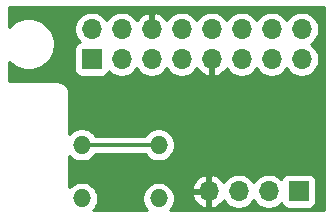
<source format=gbl>
G04 #@! TF.GenerationSoftware,KiCad,Pcbnew,(5.1.9)-1*
G04 #@! TF.CreationDate,2021-01-19T23:29:13-08:00*
G04 #@! TF.ProjectId,RPI_FS_HAT_REV1,5250495f-4653-45f4-9841-545f52455631,1*
G04 #@! TF.SameCoordinates,Original*
G04 #@! TF.FileFunction,Copper,L2,Bot*
G04 #@! TF.FilePolarity,Positive*
%FSLAX46Y46*%
G04 Gerber Fmt 4.6, Leading zero omitted, Abs format (unit mm)*
G04 Created by KiCad (PCBNEW (5.1.9)-1) date 2021-01-19 23:29:13*
%MOMM*%
%LPD*%
G01*
G04 APERTURE LIST*
G04 #@! TA.AperFunction,ComponentPad*
%ADD10O,1.700000X1.700000*%
G04 #@! TD*
G04 #@! TA.AperFunction,ComponentPad*
%ADD11R,1.700000X1.700000*%
G04 #@! TD*
G04 #@! TA.AperFunction,ComponentPad*
%ADD12O,1.524000X1.524000*%
G04 #@! TD*
G04 #@! TA.AperFunction,ViaPad*
%ADD13C,1.000000*%
G04 #@! TD*
G04 #@! TA.AperFunction,Conductor*
%ADD14C,0.300000*%
G04 #@! TD*
G04 #@! TA.AperFunction,Conductor*
%ADD15C,0.254000*%
G04 #@! TD*
G04 #@! TA.AperFunction,Conductor*
%ADD16C,0.100000*%
G04 #@! TD*
G04 APERTURE END LIST*
D10*
G04 #@! TO.P,J1,16*
G04 #@! TO.N,Net-(J1-Pad16)*
X161290000Y-111760000D03*
G04 #@! TO.P,J1,15*
G04 #@! TO.N,Net-(J1-Pad15)*
X161290000Y-114300000D03*
G04 #@! TO.P,J1,14*
G04 #@! TO.N,Net-(J1-Pad14)*
X158750000Y-111760000D03*
G04 #@! TO.P,J1,13*
G04 #@! TO.N,Net-(J1-Pad13)*
X158750000Y-114300000D03*
G04 #@! TO.P,J1,12*
G04 #@! TO.N,Net-(J1-Pad12)*
X156210000Y-111760000D03*
G04 #@! TO.P,J1,11*
G04 #@! TO.N,Net-(J1-Pad11)*
X156210000Y-114300000D03*
G04 #@! TO.P,J1,10*
G04 #@! TO.N,Net-(J1-Pad10)*
X153670000Y-111760000D03*
G04 #@! TO.P,J1,9*
G04 #@! TO.N,GND*
X153670000Y-114300000D03*
G04 #@! TO.P,J1,8*
G04 #@! TO.N,/button_input*
X151130000Y-111760000D03*
G04 #@! TO.P,J1,7*
G04 #@! TO.N,Net-(J1-Pad7)*
X151130000Y-114300000D03*
G04 #@! TO.P,J1,6*
G04 #@! TO.N,GND*
X148590000Y-111760000D03*
G04 #@! TO.P,J1,5*
G04 #@! TO.N,Net-(J1-Pad5)*
X148590000Y-114300000D03*
G04 #@! TO.P,J1,4*
G04 #@! TO.N,Net-(J1-Pad4)*
X146050000Y-111760000D03*
G04 #@! TO.P,J1,3*
G04 #@! TO.N,Net-(J1-Pad3)*
X146050000Y-114300000D03*
G04 #@! TO.P,J1,2*
G04 #@! TO.N,Net-(J1-Pad2)*
X143510000Y-111760000D03*
D11*
G04 #@! TO.P,J1,1*
G04 #@! TO.N,/3.3V*
X143510000Y-114300000D03*
G04 #@! TD*
D12*
G04 #@! TO.P,SW1,1*
G04 #@! TO.N,/3.3V*
X149174200Y-126085600D03*
X142671800Y-126085600D03*
G04 #@! TO.P,SW1,2*
G04 #@! TO.N,/button_input*
X149174200Y-121564400D03*
X142671800Y-121564400D03*
G04 #@! TD*
D11*
G04 #@! TO.P,U1,1*
G04 #@! TO.N,/3.3V*
X161036000Y-125476000D03*
D10*
G04 #@! TO.P,U1,2*
G04 #@! TO.N,Net-(J1-Pad11)*
X158496000Y-125476000D03*
G04 #@! TO.P,U1,3*
G04 #@! TO.N,Net-(U1-Pad3)*
X155956000Y-125476000D03*
G04 #@! TO.P,U1,4*
G04 #@! TO.N,GND*
X153416000Y-125476000D03*
G04 #@! TD*
D13*
G04 #@! TO.N,GND*
X161798000Y-119761000D03*
G04 #@! TD*
D14*
G04 #@! TO.N,/button_input*
X142671800Y-121564400D02*
X149174200Y-121564400D01*
G04 #@! TD*
D15*
G04 #@! TO.N,GND*
X163170001Y-127102000D02*
X150133455Y-127102000D01*
X150259320Y-126976135D01*
X150412205Y-126747327D01*
X150517514Y-126493090D01*
X150571200Y-126223192D01*
X150571200Y-125948008D01*
X150548302Y-125832891D01*
X151974519Y-125832891D01*
X152071843Y-126107252D01*
X152220822Y-126357355D01*
X152415731Y-126573588D01*
X152649080Y-126747641D01*
X152911901Y-126872825D01*
X153059110Y-126917476D01*
X153289000Y-126796155D01*
X153289000Y-125603000D01*
X152095186Y-125603000D01*
X151974519Y-125832891D01*
X150548302Y-125832891D01*
X150517514Y-125678110D01*
X150412205Y-125423873D01*
X150259320Y-125195065D01*
X150183364Y-125119109D01*
X151974519Y-125119109D01*
X152095186Y-125349000D01*
X153289000Y-125349000D01*
X153289000Y-124155845D01*
X153543000Y-124155845D01*
X153543000Y-125349000D01*
X153563000Y-125349000D01*
X153563000Y-125603000D01*
X153543000Y-125603000D01*
X153543000Y-126796155D01*
X153772890Y-126917476D01*
X153920099Y-126872825D01*
X154182920Y-126747641D01*
X154416269Y-126573588D01*
X154611178Y-126357355D01*
X154680805Y-126240466D01*
X154802525Y-126422632D01*
X155009368Y-126629475D01*
X155252589Y-126791990D01*
X155522842Y-126903932D01*
X155809740Y-126961000D01*
X156102260Y-126961000D01*
X156389158Y-126903932D01*
X156659411Y-126791990D01*
X156902632Y-126629475D01*
X157109475Y-126422632D01*
X157226000Y-126248240D01*
X157342525Y-126422632D01*
X157549368Y-126629475D01*
X157792589Y-126791990D01*
X158062842Y-126903932D01*
X158349740Y-126961000D01*
X158642260Y-126961000D01*
X158929158Y-126903932D01*
X159199411Y-126791990D01*
X159442632Y-126629475D01*
X159574487Y-126497620D01*
X159596498Y-126570180D01*
X159655463Y-126680494D01*
X159734815Y-126777185D01*
X159831506Y-126856537D01*
X159941820Y-126915502D01*
X160061518Y-126951812D01*
X160186000Y-126964072D01*
X161886000Y-126964072D01*
X162010482Y-126951812D01*
X162130180Y-126915502D01*
X162240494Y-126856537D01*
X162337185Y-126777185D01*
X162416537Y-126680494D01*
X162475502Y-126570180D01*
X162511812Y-126450482D01*
X162524072Y-126326000D01*
X162524072Y-124626000D01*
X162511812Y-124501518D01*
X162475502Y-124381820D01*
X162416537Y-124271506D01*
X162337185Y-124174815D01*
X162240494Y-124095463D01*
X162130180Y-124036498D01*
X162010482Y-124000188D01*
X161886000Y-123987928D01*
X160186000Y-123987928D01*
X160061518Y-124000188D01*
X159941820Y-124036498D01*
X159831506Y-124095463D01*
X159734815Y-124174815D01*
X159655463Y-124271506D01*
X159596498Y-124381820D01*
X159574487Y-124454380D01*
X159442632Y-124322525D01*
X159199411Y-124160010D01*
X158929158Y-124048068D01*
X158642260Y-123991000D01*
X158349740Y-123991000D01*
X158062842Y-124048068D01*
X157792589Y-124160010D01*
X157549368Y-124322525D01*
X157342525Y-124529368D01*
X157226000Y-124703760D01*
X157109475Y-124529368D01*
X156902632Y-124322525D01*
X156659411Y-124160010D01*
X156389158Y-124048068D01*
X156102260Y-123991000D01*
X155809740Y-123991000D01*
X155522842Y-124048068D01*
X155252589Y-124160010D01*
X155009368Y-124322525D01*
X154802525Y-124529368D01*
X154680805Y-124711534D01*
X154611178Y-124594645D01*
X154416269Y-124378412D01*
X154182920Y-124204359D01*
X153920099Y-124079175D01*
X153772890Y-124034524D01*
X153543000Y-124155845D01*
X153289000Y-124155845D01*
X153059110Y-124034524D01*
X152911901Y-124079175D01*
X152649080Y-124204359D01*
X152415731Y-124378412D01*
X152220822Y-124594645D01*
X152071843Y-124844748D01*
X151974519Y-125119109D01*
X150183364Y-125119109D01*
X150064735Y-125000480D01*
X149835927Y-124847595D01*
X149581690Y-124742286D01*
X149311792Y-124688600D01*
X149036608Y-124688600D01*
X148766710Y-124742286D01*
X148512473Y-124847595D01*
X148283665Y-125000480D01*
X148089080Y-125195065D01*
X147936195Y-125423873D01*
X147830886Y-125678110D01*
X147777200Y-125948008D01*
X147777200Y-126223192D01*
X147830886Y-126493090D01*
X147936195Y-126747327D01*
X148089080Y-126976135D01*
X148214945Y-127102000D01*
X143631055Y-127102000D01*
X143756920Y-126976135D01*
X143909805Y-126747327D01*
X144015114Y-126493090D01*
X144068800Y-126223192D01*
X144068800Y-125948008D01*
X144015114Y-125678110D01*
X143909805Y-125423873D01*
X143756920Y-125195065D01*
X143562335Y-125000480D01*
X143333527Y-124847595D01*
X143079290Y-124742286D01*
X142809392Y-124688600D01*
X142534208Y-124688600D01*
X142264310Y-124742286D01*
X142010073Y-124847595D01*
X141781265Y-125000480D01*
X141630000Y-125151745D01*
X141630000Y-122498255D01*
X141781265Y-122649520D01*
X142010073Y-122802405D01*
X142264310Y-122907714D01*
X142534208Y-122961400D01*
X142809392Y-122961400D01*
X143079290Y-122907714D01*
X143333527Y-122802405D01*
X143562335Y-122649520D01*
X143756920Y-122454935D01*
X143827436Y-122349400D01*
X148018564Y-122349400D01*
X148089080Y-122454935D01*
X148283665Y-122649520D01*
X148512473Y-122802405D01*
X148766710Y-122907714D01*
X149036608Y-122961400D01*
X149311792Y-122961400D01*
X149581690Y-122907714D01*
X149835927Y-122802405D01*
X150064735Y-122649520D01*
X150259320Y-122454935D01*
X150412205Y-122226127D01*
X150517514Y-121971890D01*
X150571200Y-121701992D01*
X150571200Y-121426808D01*
X150517514Y-121156910D01*
X150412205Y-120902673D01*
X150259320Y-120673865D01*
X150064735Y-120479280D01*
X149835927Y-120326395D01*
X149581690Y-120221086D01*
X149311792Y-120167400D01*
X149036608Y-120167400D01*
X148766710Y-120221086D01*
X148512473Y-120326395D01*
X148283665Y-120479280D01*
X148089080Y-120673865D01*
X148018564Y-120779400D01*
X143827436Y-120779400D01*
X143756920Y-120673865D01*
X143562335Y-120479280D01*
X143333527Y-120326395D01*
X143079290Y-120221086D01*
X142809392Y-120167400D01*
X142534208Y-120167400D01*
X142264310Y-120221086D01*
X142010073Y-120326395D01*
X141781265Y-120479280D01*
X141630000Y-120630545D01*
X141630000Y-117188581D01*
X141627259Y-117160755D01*
X141627275Y-117158518D01*
X141626375Y-117149347D01*
X141622578Y-117113220D01*
X141620450Y-117091617D01*
X141620231Y-117090896D01*
X141618602Y-117075396D01*
X141606577Y-117016819D01*
X141595366Y-116958044D01*
X141592702Y-116949222D01*
X141570714Y-116878190D01*
X141547536Y-116823052D01*
X141525123Y-116767578D01*
X141520796Y-116759441D01*
X141485429Y-116694033D01*
X141452006Y-116644482D01*
X141419230Y-116594393D01*
X141413405Y-116587252D01*
X141366008Y-116529958D01*
X141323553Y-116487798D01*
X141281706Y-116445065D01*
X141274605Y-116439191D01*
X141216981Y-116392194D01*
X141167191Y-116359114D01*
X141117801Y-116325295D01*
X141109694Y-116320912D01*
X141044040Y-116286003D01*
X140988748Y-116263214D01*
X140933752Y-116239642D01*
X140924949Y-116236917D01*
X140853764Y-116215425D01*
X140795093Y-116203808D01*
X140736572Y-116191369D01*
X140727407Y-116190406D01*
X140653404Y-116183150D01*
X140653402Y-116183150D01*
X140621419Y-116180000D01*
X136550000Y-116180000D01*
X136550000Y-114513353D01*
X136774446Y-114737799D01*
X137134551Y-114978414D01*
X137534679Y-115144152D01*
X137959452Y-115228645D01*
X138392548Y-115228645D01*
X138817321Y-115144152D01*
X139217449Y-114978414D01*
X139577554Y-114737799D01*
X139883799Y-114431554D01*
X140124414Y-114071449D01*
X140290152Y-113671321D01*
X140334175Y-113450000D01*
X142021928Y-113450000D01*
X142021928Y-115150000D01*
X142034188Y-115274482D01*
X142070498Y-115394180D01*
X142129463Y-115504494D01*
X142208815Y-115601185D01*
X142305506Y-115680537D01*
X142415820Y-115739502D01*
X142535518Y-115775812D01*
X142660000Y-115788072D01*
X144360000Y-115788072D01*
X144484482Y-115775812D01*
X144604180Y-115739502D01*
X144714494Y-115680537D01*
X144811185Y-115601185D01*
X144890537Y-115504494D01*
X144949502Y-115394180D01*
X144971513Y-115321620D01*
X145103368Y-115453475D01*
X145346589Y-115615990D01*
X145616842Y-115727932D01*
X145903740Y-115785000D01*
X146196260Y-115785000D01*
X146483158Y-115727932D01*
X146753411Y-115615990D01*
X146996632Y-115453475D01*
X147203475Y-115246632D01*
X147320000Y-115072240D01*
X147436525Y-115246632D01*
X147643368Y-115453475D01*
X147886589Y-115615990D01*
X148156842Y-115727932D01*
X148443740Y-115785000D01*
X148736260Y-115785000D01*
X149023158Y-115727932D01*
X149293411Y-115615990D01*
X149536632Y-115453475D01*
X149743475Y-115246632D01*
X149860000Y-115072240D01*
X149976525Y-115246632D01*
X150183368Y-115453475D01*
X150426589Y-115615990D01*
X150696842Y-115727932D01*
X150983740Y-115785000D01*
X151276260Y-115785000D01*
X151563158Y-115727932D01*
X151833411Y-115615990D01*
X152076632Y-115453475D01*
X152283475Y-115246632D01*
X152405195Y-115064466D01*
X152474822Y-115181355D01*
X152669731Y-115397588D01*
X152903080Y-115571641D01*
X153165901Y-115696825D01*
X153313110Y-115741476D01*
X153543000Y-115620155D01*
X153543000Y-114427000D01*
X153523000Y-114427000D01*
X153523000Y-114173000D01*
X153543000Y-114173000D01*
X153543000Y-114153000D01*
X153797000Y-114153000D01*
X153797000Y-114173000D01*
X153817000Y-114173000D01*
X153817000Y-114427000D01*
X153797000Y-114427000D01*
X153797000Y-115620155D01*
X154026890Y-115741476D01*
X154174099Y-115696825D01*
X154436920Y-115571641D01*
X154670269Y-115397588D01*
X154865178Y-115181355D01*
X154934805Y-115064466D01*
X155056525Y-115246632D01*
X155263368Y-115453475D01*
X155506589Y-115615990D01*
X155776842Y-115727932D01*
X156063740Y-115785000D01*
X156356260Y-115785000D01*
X156643158Y-115727932D01*
X156913411Y-115615990D01*
X157156632Y-115453475D01*
X157363475Y-115246632D01*
X157480000Y-115072240D01*
X157596525Y-115246632D01*
X157803368Y-115453475D01*
X158046589Y-115615990D01*
X158316842Y-115727932D01*
X158603740Y-115785000D01*
X158896260Y-115785000D01*
X159183158Y-115727932D01*
X159453411Y-115615990D01*
X159696632Y-115453475D01*
X159903475Y-115246632D01*
X160020000Y-115072240D01*
X160136525Y-115246632D01*
X160343368Y-115453475D01*
X160586589Y-115615990D01*
X160856842Y-115727932D01*
X161143740Y-115785000D01*
X161436260Y-115785000D01*
X161723158Y-115727932D01*
X161993411Y-115615990D01*
X162236632Y-115453475D01*
X162443475Y-115246632D01*
X162605990Y-115003411D01*
X162717932Y-114733158D01*
X162775000Y-114446260D01*
X162775000Y-114153740D01*
X162717932Y-113866842D01*
X162605990Y-113596589D01*
X162443475Y-113353368D01*
X162236632Y-113146525D01*
X162062240Y-113030000D01*
X162236632Y-112913475D01*
X162443475Y-112706632D01*
X162605990Y-112463411D01*
X162717932Y-112193158D01*
X162775000Y-111906260D01*
X162775000Y-111613740D01*
X162717932Y-111326842D01*
X162605990Y-111056589D01*
X162443475Y-110813368D01*
X162236632Y-110606525D01*
X161993411Y-110444010D01*
X161723158Y-110332068D01*
X161436260Y-110275000D01*
X161143740Y-110275000D01*
X160856842Y-110332068D01*
X160586589Y-110444010D01*
X160343368Y-110606525D01*
X160136525Y-110813368D01*
X160020000Y-110987760D01*
X159903475Y-110813368D01*
X159696632Y-110606525D01*
X159453411Y-110444010D01*
X159183158Y-110332068D01*
X158896260Y-110275000D01*
X158603740Y-110275000D01*
X158316842Y-110332068D01*
X158046589Y-110444010D01*
X157803368Y-110606525D01*
X157596525Y-110813368D01*
X157480000Y-110987760D01*
X157363475Y-110813368D01*
X157156632Y-110606525D01*
X156913411Y-110444010D01*
X156643158Y-110332068D01*
X156356260Y-110275000D01*
X156063740Y-110275000D01*
X155776842Y-110332068D01*
X155506589Y-110444010D01*
X155263368Y-110606525D01*
X155056525Y-110813368D01*
X154940000Y-110987760D01*
X154823475Y-110813368D01*
X154616632Y-110606525D01*
X154373411Y-110444010D01*
X154103158Y-110332068D01*
X153816260Y-110275000D01*
X153523740Y-110275000D01*
X153236842Y-110332068D01*
X152966589Y-110444010D01*
X152723368Y-110606525D01*
X152516525Y-110813368D01*
X152400000Y-110987760D01*
X152283475Y-110813368D01*
X152076632Y-110606525D01*
X151833411Y-110444010D01*
X151563158Y-110332068D01*
X151276260Y-110275000D01*
X150983740Y-110275000D01*
X150696842Y-110332068D01*
X150426589Y-110444010D01*
X150183368Y-110606525D01*
X149976525Y-110813368D01*
X149854805Y-110995534D01*
X149785178Y-110878645D01*
X149590269Y-110662412D01*
X149356920Y-110488359D01*
X149094099Y-110363175D01*
X148946890Y-110318524D01*
X148717000Y-110439845D01*
X148717000Y-111633000D01*
X148737000Y-111633000D01*
X148737000Y-111887000D01*
X148717000Y-111887000D01*
X148717000Y-111907000D01*
X148463000Y-111907000D01*
X148463000Y-111887000D01*
X148443000Y-111887000D01*
X148443000Y-111633000D01*
X148463000Y-111633000D01*
X148463000Y-110439845D01*
X148233110Y-110318524D01*
X148085901Y-110363175D01*
X147823080Y-110488359D01*
X147589731Y-110662412D01*
X147394822Y-110878645D01*
X147325195Y-110995534D01*
X147203475Y-110813368D01*
X146996632Y-110606525D01*
X146753411Y-110444010D01*
X146483158Y-110332068D01*
X146196260Y-110275000D01*
X145903740Y-110275000D01*
X145616842Y-110332068D01*
X145346589Y-110444010D01*
X145103368Y-110606525D01*
X144896525Y-110813368D01*
X144780000Y-110987760D01*
X144663475Y-110813368D01*
X144456632Y-110606525D01*
X144213411Y-110444010D01*
X143943158Y-110332068D01*
X143656260Y-110275000D01*
X143363740Y-110275000D01*
X143076842Y-110332068D01*
X142806589Y-110444010D01*
X142563368Y-110606525D01*
X142356525Y-110813368D01*
X142194010Y-111056589D01*
X142082068Y-111326842D01*
X142025000Y-111613740D01*
X142025000Y-111906260D01*
X142082068Y-112193158D01*
X142194010Y-112463411D01*
X142356525Y-112706632D01*
X142488380Y-112838487D01*
X142415820Y-112860498D01*
X142305506Y-112919463D01*
X142208815Y-112998815D01*
X142129463Y-113095506D01*
X142070498Y-113205820D01*
X142034188Y-113325518D01*
X142021928Y-113450000D01*
X140334175Y-113450000D01*
X140374645Y-113246548D01*
X140374645Y-112813452D01*
X140290152Y-112388679D01*
X140124414Y-111988551D01*
X139883799Y-111628446D01*
X139577554Y-111322201D01*
X139217449Y-111081586D01*
X138817321Y-110915848D01*
X138392548Y-110831355D01*
X137959452Y-110831355D01*
X137534679Y-110915848D01*
X137134551Y-111081586D01*
X136774446Y-111322201D01*
X136550000Y-111546647D01*
X136550000Y-109880000D01*
X163170000Y-109880000D01*
X163170001Y-127102000D01*
G04 #@! TA.AperFunction,Conductor*
D16*
G36*
X163170001Y-127102000D02*
G01*
X150133455Y-127102000D01*
X150259320Y-126976135D01*
X150412205Y-126747327D01*
X150517514Y-126493090D01*
X150571200Y-126223192D01*
X150571200Y-125948008D01*
X150548302Y-125832891D01*
X151974519Y-125832891D01*
X152071843Y-126107252D01*
X152220822Y-126357355D01*
X152415731Y-126573588D01*
X152649080Y-126747641D01*
X152911901Y-126872825D01*
X153059110Y-126917476D01*
X153289000Y-126796155D01*
X153289000Y-125603000D01*
X152095186Y-125603000D01*
X151974519Y-125832891D01*
X150548302Y-125832891D01*
X150517514Y-125678110D01*
X150412205Y-125423873D01*
X150259320Y-125195065D01*
X150183364Y-125119109D01*
X151974519Y-125119109D01*
X152095186Y-125349000D01*
X153289000Y-125349000D01*
X153289000Y-124155845D01*
X153543000Y-124155845D01*
X153543000Y-125349000D01*
X153563000Y-125349000D01*
X153563000Y-125603000D01*
X153543000Y-125603000D01*
X153543000Y-126796155D01*
X153772890Y-126917476D01*
X153920099Y-126872825D01*
X154182920Y-126747641D01*
X154416269Y-126573588D01*
X154611178Y-126357355D01*
X154680805Y-126240466D01*
X154802525Y-126422632D01*
X155009368Y-126629475D01*
X155252589Y-126791990D01*
X155522842Y-126903932D01*
X155809740Y-126961000D01*
X156102260Y-126961000D01*
X156389158Y-126903932D01*
X156659411Y-126791990D01*
X156902632Y-126629475D01*
X157109475Y-126422632D01*
X157226000Y-126248240D01*
X157342525Y-126422632D01*
X157549368Y-126629475D01*
X157792589Y-126791990D01*
X158062842Y-126903932D01*
X158349740Y-126961000D01*
X158642260Y-126961000D01*
X158929158Y-126903932D01*
X159199411Y-126791990D01*
X159442632Y-126629475D01*
X159574487Y-126497620D01*
X159596498Y-126570180D01*
X159655463Y-126680494D01*
X159734815Y-126777185D01*
X159831506Y-126856537D01*
X159941820Y-126915502D01*
X160061518Y-126951812D01*
X160186000Y-126964072D01*
X161886000Y-126964072D01*
X162010482Y-126951812D01*
X162130180Y-126915502D01*
X162240494Y-126856537D01*
X162337185Y-126777185D01*
X162416537Y-126680494D01*
X162475502Y-126570180D01*
X162511812Y-126450482D01*
X162524072Y-126326000D01*
X162524072Y-124626000D01*
X162511812Y-124501518D01*
X162475502Y-124381820D01*
X162416537Y-124271506D01*
X162337185Y-124174815D01*
X162240494Y-124095463D01*
X162130180Y-124036498D01*
X162010482Y-124000188D01*
X161886000Y-123987928D01*
X160186000Y-123987928D01*
X160061518Y-124000188D01*
X159941820Y-124036498D01*
X159831506Y-124095463D01*
X159734815Y-124174815D01*
X159655463Y-124271506D01*
X159596498Y-124381820D01*
X159574487Y-124454380D01*
X159442632Y-124322525D01*
X159199411Y-124160010D01*
X158929158Y-124048068D01*
X158642260Y-123991000D01*
X158349740Y-123991000D01*
X158062842Y-124048068D01*
X157792589Y-124160010D01*
X157549368Y-124322525D01*
X157342525Y-124529368D01*
X157226000Y-124703760D01*
X157109475Y-124529368D01*
X156902632Y-124322525D01*
X156659411Y-124160010D01*
X156389158Y-124048068D01*
X156102260Y-123991000D01*
X155809740Y-123991000D01*
X155522842Y-124048068D01*
X155252589Y-124160010D01*
X155009368Y-124322525D01*
X154802525Y-124529368D01*
X154680805Y-124711534D01*
X154611178Y-124594645D01*
X154416269Y-124378412D01*
X154182920Y-124204359D01*
X153920099Y-124079175D01*
X153772890Y-124034524D01*
X153543000Y-124155845D01*
X153289000Y-124155845D01*
X153059110Y-124034524D01*
X152911901Y-124079175D01*
X152649080Y-124204359D01*
X152415731Y-124378412D01*
X152220822Y-124594645D01*
X152071843Y-124844748D01*
X151974519Y-125119109D01*
X150183364Y-125119109D01*
X150064735Y-125000480D01*
X149835927Y-124847595D01*
X149581690Y-124742286D01*
X149311792Y-124688600D01*
X149036608Y-124688600D01*
X148766710Y-124742286D01*
X148512473Y-124847595D01*
X148283665Y-125000480D01*
X148089080Y-125195065D01*
X147936195Y-125423873D01*
X147830886Y-125678110D01*
X147777200Y-125948008D01*
X147777200Y-126223192D01*
X147830886Y-126493090D01*
X147936195Y-126747327D01*
X148089080Y-126976135D01*
X148214945Y-127102000D01*
X143631055Y-127102000D01*
X143756920Y-126976135D01*
X143909805Y-126747327D01*
X144015114Y-126493090D01*
X144068800Y-126223192D01*
X144068800Y-125948008D01*
X144015114Y-125678110D01*
X143909805Y-125423873D01*
X143756920Y-125195065D01*
X143562335Y-125000480D01*
X143333527Y-124847595D01*
X143079290Y-124742286D01*
X142809392Y-124688600D01*
X142534208Y-124688600D01*
X142264310Y-124742286D01*
X142010073Y-124847595D01*
X141781265Y-125000480D01*
X141630000Y-125151745D01*
X141630000Y-122498255D01*
X141781265Y-122649520D01*
X142010073Y-122802405D01*
X142264310Y-122907714D01*
X142534208Y-122961400D01*
X142809392Y-122961400D01*
X143079290Y-122907714D01*
X143333527Y-122802405D01*
X143562335Y-122649520D01*
X143756920Y-122454935D01*
X143827436Y-122349400D01*
X148018564Y-122349400D01*
X148089080Y-122454935D01*
X148283665Y-122649520D01*
X148512473Y-122802405D01*
X148766710Y-122907714D01*
X149036608Y-122961400D01*
X149311792Y-122961400D01*
X149581690Y-122907714D01*
X149835927Y-122802405D01*
X150064735Y-122649520D01*
X150259320Y-122454935D01*
X150412205Y-122226127D01*
X150517514Y-121971890D01*
X150571200Y-121701992D01*
X150571200Y-121426808D01*
X150517514Y-121156910D01*
X150412205Y-120902673D01*
X150259320Y-120673865D01*
X150064735Y-120479280D01*
X149835927Y-120326395D01*
X149581690Y-120221086D01*
X149311792Y-120167400D01*
X149036608Y-120167400D01*
X148766710Y-120221086D01*
X148512473Y-120326395D01*
X148283665Y-120479280D01*
X148089080Y-120673865D01*
X148018564Y-120779400D01*
X143827436Y-120779400D01*
X143756920Y-120673865D01*
X143562335Y-120479280D01*
X143333527Y-120326395D01*
X143079290Y-120221086D01*
X142809392Y-120167400D01*
X142534208Y-120167400D01*
X142264310Y-120221086D01*
X142010073Y-120326395D01*
X141781265Y-120479280D01*
X141630000Y-120630545D01*
X141630000Y-117188581D01*
X141627259Y-117160755D01*
X141627275Y-117158518D01*
X141626375Y-117149347D01*
X141622578Y-117113220D01*
X141620450Y-117091617D01*
X141620231Y-117090896D01*
X141618602Y-117075396D01*
X141606577Y-117016819D01*
X141595366Y-116958044D01*
X141592702Y-116949222D01*
X141570714Y-116878190D01*
X141547536Y-116823052D01*
X141525123Y-116767578D01*
X141520796Y-116759441D01*
X141485429Y-116694033D01*
X141452006Y-116644482D01*
X141419230Y-116594393D01*
X141413405Y-116587252D01*
X141366008Y-116529958D01*
X141323553Y-116487798D01*
X141281706Y-116445065D01*
X141274605Y-116439191D01*
X141216981Y-116392194D01*
X141167191Y-116359114D01*
X141117801Y-116325295D01*
X141109694Y-116320912D01*
X141044040Y-116286003D01*
X140988748Y-116263214D01*
X140933752Y-116239642D01*
X140924949Y-116236917D01*
X140853764Y-116215425D01*
X140795093Y-116203808D01*
X140736572Y-116191369D01*
X140727407Y-116190406D01*
X140653404Y-116183150D01*
X140653402Y-116183150D01*
X140621419Y-116180000D01*
X136550000Y-116180000D01*
X136550000Y-114513353D01*
X136774446Y-114737799D01*
X137134551Y-114978414D01*
X137534679Y-115144152D01*
X137959452Y-115228645D01*
X138392548Y-115228645D01*
X138817321Y-115144152D01*
X139217449Y-114978414D01*
X139577554Y-114737799D01*
X139883799Y-114431554D01*
X140124414Y-114071449D01*
X140290152Y-113671321D01*
X140334175Y-113450000D01*
X142021928Y-113450000D01*
X142021928Y-115150000D01*
X142034188Y-115274482D01*
X142070498Y-115394180D01*
X142129463Y-115504494D01*
X142208815Y-115601185D01*
X142305506Y-115680537D01*
X142415820Y-115739502D01*
X142535518Y-115775812D01*
X142660000Y-115788072D01*
X144360000Y-115788072D01*
X144484482Y-115775812D01*
X144604180Y-115739502D01*
X144714494Y-115680537D01*
X144811185Y-115601185D01*
X144890537Y-115504494D01*
X144949502Y-115394180D01*
X144971513Y-115321620D01*
X145103368Y-115453475D01*
X145346589Y-115615990D01*
X145616842Y-115727932D01*
X145903740Y-115785000D01*
X146196260Y-115785000D01*
X146483158Y-115727932D01*
X146753411Y-115615990D01*
X146996632Y-115453475D01*
X147203475Y-115246632D01*
X147320000Y-115072240D01*
X147436525Y-115246632D01*
X147643368Y-115453475D01*
X147886589Y-115615990D01*
X148156842Y-115727932D01*
X148443740Y-115785000D01*
X148736260Y-115785000D01*
X149023158Y-115727932D01*
X149293411Y-115615990D01*
X149536632Y-115453475D01*
X149743475Y-115246632D01*
X149860000Y-115072240D01*
X149976525Y-115246632D01*
X150183368Y-115453475D01*
X150426589Y-115615990D01*
X150696842Y-115727932D01*
X150983740Y-115785000D01*
X151276260Y-115785000D01*
X151563158Y-115727932D01*
X151833411Y-115615990D01*
X152076632Y-115453475D01*
X152283475Y-115246632D01*
X152405195Y-115064466D01*
X152474822Y-115181355D01*
X152669731Y-115397588D01*
X152903080Y-115571641D01*
X153165901Y-115696825D01*
X153313110Y-115741476D01*
X153543000Y-115620155D01*
X153543000Y-114427000D01*
X153523000Y-114427000D01*
X153523000Y-114173000D01*
X153543000Y-114173000D01*
X153543000Y-114153000D01*
X153797000Y-114153000D01*
X153797000Y-114173000D01*
X153817000Y-114173000D01*
X153817000Y-114427000D01*
X153797000Y-114427000D01*
X153797000Y-115620155D01*
X154026890Y-115741476D01*
X154174099Y-115696825D01*
X154436920Y-115571641D01*
X154670269Y-115397588D01*
X154865178Y-115181355D01*
X154934805Y-115064466D01*
X155056525Y-115246632D01*
X155263368Y-115453475D01*
X155506589Y-115615990D01*
X155776842Y-115727932D01*
X156063740Y-115785000D01*
X156356260Y-115785000D01*
X156643158Y-115727932D01*
X156913411Y-115615990D01*
X157156632Y-115453475D01*
X157363475Y-115246632D01*
X157480000Y-115072240D01*
X157596525Y-115246632D01*
X157803368Y-115453475D01*
X158046589Y-115615990D01*
X158316842Y-115727932D01*
X158603740Y-115785000D01*
X158896260Y-115785000D01*
X159183158Y-115727932D01*
X159453411Y-115615990D01*
X159696632Y-115453475D01*
X159903475Y-115246632D01*
X160020000Y-115072240D01*
X160136525Y-115246632D01*
X160343368Y-115453475D01*
X160586589Y-115615990D01*
X160856842Y-115727932D01*
X161143740Y-115785000D01*
X161436260Y-115785000D01*
X161723158Y-115727932D01*
X161993411Y-115615990D01*
X162236632Y-115453475D01*
X162443475Y-115246632D01*
X162605990Y-115003411D01*
X162717932Y-114733158D01*
X162775000Y-114446260D01*
X162775000Y-114153740D01*
X162717932Y-113866842D01*
X162605990Y-113596589D01*
X162443475Y-113353368D01*
X162236632Y-113146525D01*
X162062240Y-113030000D01*
X162236632Y-112913475D01*
X162443475Y-112706632D01*
X162605990Y-112463411D01*
X162717932Y-112193158D01*
X162775000Y-111906260D01*
X162775000Y-111613740D01*
X162717932Y-111326842D01*
X162605990Y-111056589D01*
X162443475Y-110813368D01*
X162236632Y-110606525D01*
X161993411Y-110444010D01*
X161723158Y-110332068D01*
X161436260Y-110275000D01*
X161143740Y-110275000D01*
X160856842Y-110332068D01*
X160586589Y-110444010D01*
X160343368Y-110606525D01*
X160136525Y-110813368D01*
X160020000Y-110987760D01*
X159903475Y-110813368D01*
X159696632Y-110606525D01*
X159453411Y-110444010D01*
X159183158Y-110332068D01*
X158896260Y-110275000D01*
X158603740Y-110275000D01*
X158316842Y-110332068D01*
X158046589Y-110444010D01*
X157803368Y-110606525D01*
X157596525Y-110813368D01*
X157480000Y-110987760D01*
X157363475Y-110813368D01*
X157156632Y-110606525D01*
X156913411Y-110444010D01*
X156643158Y-110332068D01*
X156356260Y-110275000D01*
X156063740Y-110275000D01*
X155776842Y-110332068D01*
X155506589Y-110444010D01*
X155263368Y-110606525D01*
X155056525Y-110813368D01*
X154940000Y-110987760D01*
X154823475Y-110813368D01*
X154616632Y-110606525D01*
X154373411Y-110444010D01*
X154103158Y-110332068D01*
X153816260Y-110275000D01*
X153523740Y-110275000D01*
X153236842Y-110332068D01*
X152966589Y-110444010D01*
X152723368Y-110606525D01*
X152516525Y-110813368D01*
X152400000Y-110987760D01*
X152283475Y-110813368D01*
X152076632Y-110606525D01*
X151833411Y-110444010D01*
X151563158Y-110332068D01*
X151276260Y-110275000D01*
X150983740Y-110275000D01*
X150696842Y-110332068D01*
X150426589Y-110444010D01*
X150183368Y-110606525D01*
X149976525Y-110813368D01*
X149854805Y-110995534D01*
X149785178Y-110878645D01*
X149590269Y-110662412D01*
X149356920Y-110488359D01*
X149094099Y-110363175D01*
X148946890Y-110318524D01*
X148717000Y-110439845D01*
X148717000Y-111633000D01*
X148737000Y-111633000D01*
X148737000Y-111887000D01*
X148717000Y-111887000D01*
X148717000Y-111907000D01*
X148463000Y-111907000D01*
X148463000Y-111887000D01*
X148443000Y-111887000D01*
X148443000Y-111633000D01*
X148463000Y-111633000D01*
X148463000Y-110439845D01*
X148233110Y-110318524D01*
X148085901Y-110363175D01*
X147823080Y-110488359D01*
X147589731Y-110662412D01*
X147394822Y-110878645D01*
X147325195Y-110995534D01*
X147203475Y-110813368D01*
X146996632Y-110606525D01*
X146753411Y-110444010D01*
X146483158Y-110332068D01*
X146196260Y-110275000D01*
X145903740Y-110275000D01*
X145616842Y-110332068D01*
X145346589Y-110444010D01*
X145103368Y-110606525D01*
X144896525Y-110813368D01*
X144780000Y-110987760D01*
X144663475Y-110813368D01*
X144456632Y-110606525D01*
X144213411Y-110444010D01*
X143943158Y-110332068D01*
X143656260Y-110275000D01*
X143363740Y-110275000D01*
X143076842Y-110332068D01*
X142806589Y-110444010D01*
X142563368Y-110606525D01*
X142356525Y-110813368D01*
X142194010Y-111056589D01*
X142082068Y-111326842D01*
X142025000Y-111613740D01*
X142025000Y-111906260D01*
X142082068Y-112193158D01*
X142194010Y-112463411D01*
X142356525Y-112706632D01*
X142488380Y-112838487D01*
X142415820Y-112860498D01*
X142305506Y-112919463D01*
X142208815Y-112998815D01*
X142129463Y-113095506D01*
X142070498Y-113205820D01*
X142034188Y-113325518D01*
X142021928Y-113450000D01*
X140334175Y-113450000D01*
X140374645Y-113246548D01*
X140374645Y-112813452D01*
X140290152Y-112388679D01*
X140124414Y-111988551D01*
X139883799Y-111628446D01*
X139577554Y-111322201D01*
X139217449Y-111081586D01*
X138817321Y-110915848D01*
X138392548Y-110831355D01*
X137959452Y-110831355D01*
X137534679Y-110915848D01*
X137134551Y-111081586D01*
X136774446Y-111322201D01*
X136550000Y-111546647D01*
X136550000Y-109880000D01*
X163170000Y-109880000D01*
X163170001Y-127102000D01*
G37*
G04 #@! TD.AperFunction*
G04 #@! TD*
M02*

</source>
